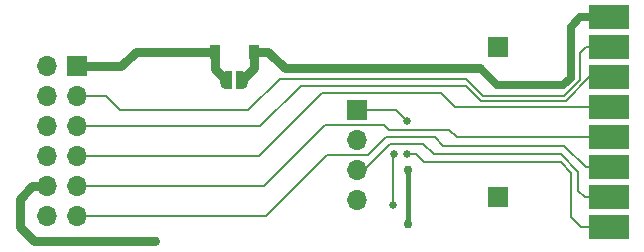
<source format=gtl>
G04 #@! TF.GenerationSoftware,KiCad,Pcbnew,(5.1.4)-1*
G04 #@! TF.CreationDate,2020-08-19T00:59:48+01:00*
G04 #@! TF.ProjectId,buffer,62756666-6572-42e6-9b69-6361645f7063,rev?*
G04 #@! TF.SameCoordinates,Original*
G04 #@! TF.FileFunction,Copper,L1,Top*
G04 #@! TF.FilePolarity,Positive*
%FSLAX46Y46*%
G04 Gerber Fmt 4.6, Leading zero omitted, Abs format (unit mm)*
G04 Created by KiCad (PCBNEW (5.1.4)-1) date 2020-08-19 00:59:48*
%MOMM*%
%LPD*%
G04 APERTURE LIST*
%ADD10R,3.500000X2.000000*%
%ADD11O,1.700000X1.700000*%
%ADD12R,1.700000X1.700000*%
%ADD13R,0.900000X1.200000*%
%ADD14C,0.500000*%
%ADD15C,0.100000*%
%ADD16C,0.762000*%
%ADD17C,0.660400*%
%ADD18C,0.762000*%
%ADD19C,0.381000*%
%ADD20C,0.203200*%
%ADD21C,0.635000*%
G04 APERTURE END LIST*
D10*
X85400200Y-35341560D03*
X85400200Y-37881560D03*
X85400200Y-40421560D03*
X85400200Y-42961560D03*
X85400200Y-45501560D03*
X85400200Y-48041560D03*
X85400200Y-30261560D03*
X85400200Y-32801560D03*
D11*
X64077400Y-45730160D03*
X64077400Y-43190160D03*
X64077400Y-40650160D03*
D12*
X64077400Y-38110160D03*
X76033180Y-45504100D03*
X40353800Y-34376360D03*
D11*
X37813800Y-34376360D03*
X40353800Y-36916360D03*
X37813800Y-36916360D03*
X40353800Y-39456360D03*
X37813800Y-39456360D03*
X40353800Y-41996360D03*
X37813800Y-41996360D03*
X40353800Y-44536360D03*
X37813800Y-44536360D03*
X40353800Y-47076360D03*
X37813800Y-47076360D03*
D12*
X76040800Y-32801560D03*
D13*
X52061660Y-33149540D03*
X55361660Y-33149540D03*
D14*
X54326100Y-35565080D03*
D15*
G36*
X53826100Y-34815080D02*
G01*
X54326100Y-34815080D01*
X54326100Y-34815682D01*
X54350634Y-34815682D01*
X54399465Y-34820492D01*
X54447590Y-34830064D01*
X54494545Y-34844308D01*
X54539878Y-34863085D01*
X54583151Y-34886216D01*
X54623950Y-34913476D01*
X54661879Y-34944604D01*
X54696576Y-34979301D01*
X54727704Y-35017230D01*
X54754964Y-35058029D01*
X54778095Y-35101302D01*
X54796872Y-35146635D01*
X54811116Y-35193590D01*
X54820688Y-35241715D01*
X54825498Y-35290546D01*
X54825498Y-35315080D01*
X54826100Y-35315080D01*
X54826100Y-35815080D01*
X54825498Y-35815080D01*
X54825498Y-35839614D01*
X54820688Y-35888445D01*
X54811116Y-35936570D01*
X54796872Y-35983525D01*
X54778095Y-36028858D01*
X54754964Y-36072131D01*
X54727704Y-36112930D01*
X54696576Y-36150859D01*
X54661879Y-36185556D01*
X54623950Y-36216684D01*
X54583151Y-36243944D01*
X54539878Y-36267075D01*
X54494545Y-36285852D01*
X54447590Y-36300096D01*
X54399465Y-36309668D01*
X54350634Y-36314478D01*
X54326100Y-36314478D01*
X54326100Y-36315080D01*
X53826100Y-36315080D01*
X53826100Y-34815080D01*
X53826100Y-34815080D01*
G37*
D14*
X53026100Y-35565080D03*
D15*
G36*
X53026100Y-36314478D02*
G01*
X53001566Y-36314478D01*
X52952735Y-36309668D01*
X52904610Y-36300096D01*
X52857655Y-36285852D01*
X52812322Y-36267075D01*
X52769049Y-36243944D01*
X52728250Y-36216684D01*
X52690321Y-36185556D01*
X52655624Y-36150859D01*
X52624496Y-36112930D01*
X52597236Y-36072131D01*
X52574105Y-36028858D01*
X52555328Y-35983525D01*
X52541084Y-35936570D01*
X52531512Y-35888445D01*
X52526702Y-35839614D01*
X52526702Y-35815080D01*
X52526100Y-35815080D01*
X52526100Y-35315080D01*
X52526702Y-35315080D01*
X52526702Y-35290546D01*
X52531512Y-35241715D01*
X52541084Y-35193590D01*
X52555328Y-35146635D01*
X52574105Y-35101302D01*
X52597236Y-35058029D01*
X52624496Y-35017230D01*
X52655624Y-34979301D01*
X52690321Y-34944604D01*
X52728250Y-34913476D01*
X52769049Y-34886216D01*
X52812322Y-34863085D01*
X52857655Y-34844308D01*
X52904610Y-34830064D01*
X52952735Y-34820492D01*
X53001566Y-34815682D01*
X53026100Y-34815682D01*
X53026100Y-34815080D01*
X53526100Y-34815080D01*
X53526100Y-36315080D01*
X53026100Y-36315080D01*
X53026100Y-36314478D01*
X53026100Y-36314478D01*
G37*
D16*
X47016220Y-49232820D03*
X44463520Y-49230280D03*
X45738600Y-49230280D03*
X68395400Y-47711360D03*
X68395398Y-43215561D03*
D17*
X67176200Y-46111160D03*
X67201600Y-41843956D03*
X68293798Y-41818560D03*
X68293800Y-39024554D03*
D18*
X47013680Y-49230280D02*
X47016220Y-49232820D01*
X35550660Y-48039020D02*
X36741920Y-49230280D01*
X35550660Y-45597419D02*
X35550660Y-48039020D01*
X37813800Y-44536360D02*
X36611719Y-44536360D01*
X36611719Y-44536360D02*
X35550660Y-45597419D01*
X36741920Y-49230280D02*
X44463520Y-49230280D01*
X44463520Y-49230280D02*
X45738600Y-49230280D01*
X45738600Y-49230280D02*
X47013680Y-49230280D01*
D19*
X68395400Y-47711360D02*
X68395400Y-43215563D01*
X68395400Y-43215563D02*
X68395398Y-43215561D01*
D20*
X83762400Y-35341560D02*
X85400200Y-35341560D01*
X55924000Y-39456360D02*
X59353000Y-36027360D01*
X40353800Y-39456360D02*
X55924000Y-39456360D01*
X59353000Y-36027360D02*
X73332449Y-36027360D01*
X73332449Y-36027360D02*
X74602460Y-37297371D01*
X74602460Y-37297371D02*
X81806589Y-37297371D01*
X81806589Y-37297371D02*
X83762400Y-35341560D01*
X41555881Y-44536360D02*
X40353800Y-44536360D01*
X56203400Y-44536360D02*
X41555881Y-44536360D01*
X72561000Y-40421560D02*
X71925976Y-39786536D01*
X85400200Y-40421560D02*
X72561000Y-40421560D01*
X71925976Y-39786536D02*
X66795176Y-39786536D01*
X66795176Y-39786536D02*
X66388800Y-39380160D01*
X66388800Y-39380160D02*
X61359600Y-39380160D01*
X61359600Y-39380160D02*
X56203400Y-44536360D01*
X83447000Y-37881560D02*
X85400200Y-37881560D01*
X72418050Y-37881560D02*
X83447000Y-37881560D01*
X71224250Y-36687760D02*
X72418050Y-37881560D01*
X61131000Y-36687760D02*
X71224250Y-36687760D01*
X40353800Y-41996360D02*
X55822400Y-41996360D01*
X55822400Y-41996360D02*
X61131000Y-36687760D01*
X82975000Y-33309560D02*
X83483000Y-32801560D01*
X74770800Y-36890960D02*
X81628800Y-36890960D01*
X42843000Y-36916360D02*
X44036800Y-38110160D01*
X40353800Y-36916360D02*
X42843000Y-36916360D01*
X82975000Y-35544760D02*
X82975000Y-33309560D01*
X73323000Y-35443160D02*
X74770800Y-36890960D01*
X54908000Y-38110160D02*
X57575000Y-35443160D01*
X83483000Y-32801560D02*
X85400200Y-32801560D01*
X81628800Y-36890960D02*
X82975000Y-35544760D01*
X44036800Y-38110160D02*
X54908000Y-38110160D01*
X57575000Y-35443160D02*
X73323000Y-35443160D01*
D18*
X40353800Y-34376360D02*
X44148560Y-34376360D01*
X45375380Y-33149540D02*
X52061660Y-33149540D01*
X44148560Y-34376360D02*
X45375380Y-33149540D01*
X52061660Y-34600640D02*
X53026100Y-35565080D01*
X52061660Y-33149540D02*
X52061660Y-34600640D01*
X56573660Y-33149540D02*
X57988440Y-34564320D01*
X55361660Y-33149540D02*
X56573660Y-33149540D01*
X57988440Y-34564320D02*
X74521880Y-34564320D01*
X55361660Y-34529520D02*
X54326100Y-35565080D01*
X55361660Y-33149540D02*
X55361660Y-34529520D01*
D21*
X83015200Y-30261560D02*
X85400200Y-30261560D01*
X82187600Y-31089160D02*
X83015200Y-30261560D01*
X82187600Y-35366960D02*
X82187600Y-31089160D01*
X81578000Y-35976560D02*
X82187600Y-35366960D01*
X74521880Y-34564320D02*
X75934120Y-35976560D01*
X75934120Y-35976560D02*
X81578000Y-35976560D01*
D20*
X83447000Y-42961560D02*
X85400200Y-42961560D01*
X81592800Y-41107360D02*
X83447000Y-42961560D01*
X71392600Y-41107360D02*
X81592800Y-41107360D01*
X56432000Y-47076360D02*
X61588200Y-41920160D01*
X40353800Y-47076360D02*
X56432000Y-47076360D01*
X61588200Y-41920160D02*
X65001245Y-41920160D01*
X65001245Y-41920160D02*
X66525245Y-40396160D01*
X66525245Y-40396160D02*
X70681400Y-40396160D01*
X70681400Y-40396160D02*
X71392600Y-41107360D01*
X83381400Y-45501560D02*
X85400200Y-45501560D01*
X82848000Y-44968160D02*
X83381400Y-45501560D01*
X82848000Y-43317160D02*
X82848000Y-44968160D01*
X64661600Y-43190160D02*
X66896800Y-40954960D01*
X64077400Y-43190160D02*
X64661600Y-43190160D01*
X66896800Y-40954960D02*
X69690800Y-40954960D01*
X69690800Y-40954960D02*
X70579800Y-41843960D01*
X70579800Y-41843960D02*
X81374800Y-41843960D01*
X81374800Y-41843960D02*
X82848000Y-43317160D01*
X67176200Y-46111160D02*
X67176200Y-41869356D01*
X67176200Y-41869356D02*
X67201600Y-41843956D01*
X67379406Y-38110160D02*
X67963601Y-38694355D01*
X64077400Y-38110160D02*
X67379406Y-38110160D01*
X67963601Y-38694355D02*
X68293800Y-39024554D01*
X69055800Y-41818560D02*
X68293798Y-41818560D01*
X83102000Y-48041560D02*
X82213000Y-47152560D01*
X85400200Y-48041560D02*
X83102000Y-48041560D01*
X82213000Y-47152560D02*
X82213000Y-43393360D01*
X82213000Y-43393360D02*
X81349400Y-42529760D01*
X81349400Y-42529760D02*
X69767000Y-42529760D01*
X69767000Y-42529760D02*
X69055800Y-41818560D01*
M02*

</source>
